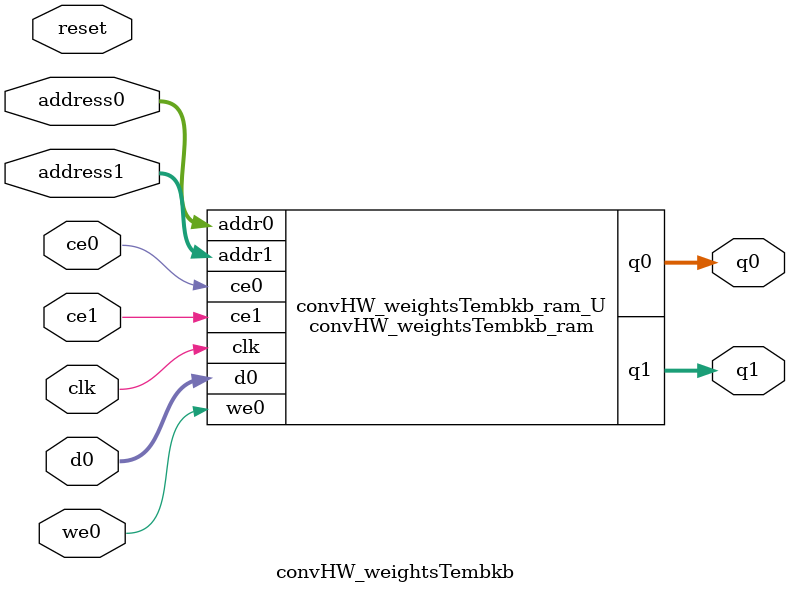
<source format=v>

`timescale 1 ns / 1 ps
module convHW_weightsTembkb_ram (addr0, ce0, d0, we0, q0, addr1, ce1, q1,  clk);

parameter DWIDTH = 32;
parameter AWIDTH = 7;
parameter MEM_SIZE = 80;

input[AWIDTH-1:0] addr0;
input ce0;
input[DWIDTH-1:0] d0;
input we0;
output reg[DWIDTH-1:0] q0;
input[AWIDTH-1:0] addr1;
input ce1;
output reg[DWIDTH-1:0] q1;
input clk;

(* ram_style = "block" *)reg [DWIDTH-1:0] ram[0:MEM_SIZE-1];




always @(posedge clk)  
begin 
    if (ce0) 
    begin
        if (we0) 
        begin 
            ram[addr0] <= d0; 
            q0 <= d0;
        end 
        else 
            q0 <= ram[addr0];
    end
end


always @(posedge clk)  
begin 
    if (ce1) 
    begin
            q1 <= ram[addr1];
    end
end


endmodule


`timescale 1 ns / 1 ps
module convHW_weightsTembkb(
    reset,
    clk,
    address0,
    ce0,
    we0,
    d0,
    q0,
    address1,
    ce1,
    q1);

parameter DataWidth = 32'd32;
parameter AddressRange = 32'd80;
parameter AddressWidth = 32'd7;
input reset;
input clk;
input[AddressWidth - 1:0] address0;
input ce0;
input we0;
input[DataWidth - 1:0] d0;
output[DataWidth - 1:0] q0;
input[AddressWidth - 1:0] address1;
input ce1;
output[DataWidth - 1:0] q1;



convHW_weightsTembkb_ram convHW_weightsTembkb_ram_U(
    .clk( clk ),
    .addr0( address0 ),
    .ce0( ce0 ),
    .d0( d0 ),
    .we0( we0 ),
    .q0( q0 ),
    .addr1( address1 ),
    .ce1( ce1 ),
    .q1( q1 ));

endmodule


</source>
